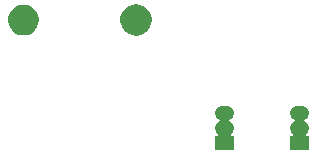
<source format=gbr>
G04 #@! TF.GenerationSoftware,KiCad,Pcbnew,(5.1.2)-1*
G04 #@! TF.CreationDate,2019-06-03T12:51:14-05:00*
G04 #@! TF.ProjectId,1stCircuit,31737443-6972-4637-9569-742e6b696361,rev?*
G04 #@! TF.SameCoordinates,Original*
G04 #@! TF.FileFunction,Soldermask,Bot*
G04 #@! TF.FilePolarity,Negative*
%FSLAX46Y46*%
G04 Gerber Fmt 4.6, Leading zero omitted, Abs format (unit mm)*
G04 Created by KiCad (PCBNEW (5.1.2)-1) date 2019-06-03 12:51:14*
%MOMM*%
%LPD*%
G04 APERTURE LIST*
%ADD10C,0.100000*%
G04 APERTURE END LIST*
D10*
G36*
X163405916Y-102556334D02*
G01*
X163514492Y-102589271D01*
X163514495Y-102589272D01*
X163550601Y-102608571D01*
X163614557Y-102642756D01*
X163702264Y-102714736D01*
X163774244Y-102802443D01*
X163808429Y-102866399D01*
X163827728Y-102902505D01*
X163827729Y-102902508D01*
X163860666Y-103011084D01*
X163871787Y-103124000D01*
X163860666Y-103236916D01*
X163827729Y-103345492D01*
X163827728Y-103345495D01*
X163808429Y-103381601D01*
X163774244Y-103445557D01*
X163702264Y-103533264D01*
X163614557Y-103605244D01*
X163533141Y-103648761D01*
X163512766Y-103662375D01*
X163495439Y-103679702D01*
X163481826Y-103700076D01*
X163472448Y-103722715D01*
X163467668Y-103746748D01*
X163467668Y-103771252D01*
X163472448Y-103795285D01*
X163481826Y-103817924D01*
X163495440Y-103838299D01*
X163512767Y-103855626D01*
X163533141Y-103869239D01*
X163614557Y-103912756D01*
X163702264Y-103984736D01*
X163774244Y-104072443D01*
X163808429Y-104136399D01*
X163827728Y-104172505D01*
X163827729Y-104172508D01*
X163860666Y-104281084D01*
X163871787Y-104394000D01*
X163860666Y-104506916D01*
X163827729Y-104615492D01*
X163827728Y-104615495D01*
X163808429Y-104651601D01*
X163774244Y-104715557D01*
X163702264Y-104803264D01*
X163625354Y-104866383D01*
X163608035Y-104883702D01*
X163594421Y-104904077D01*
X163585043Y-104926716D01*
X163580263Y-104950749D01*
X163580263Y-104975253D01*
X163585043Y-104999286D01*
X163594421Y-105021925D01*
X163608034Y-105042299D01*
X163625361Y-105059626D01*
X163645736Y-105073240D01*
X163668375Y-105082618D01*
X163692408Y-105087398D01*
X163704660Y-105088000D01*
X163869000Y-105088000D01*
X163869000Y-106240000D01*
X162267000Y-106240000D01*
X162267000Y-105088000D01*
X162431340Y-105088000D01*
X162455726Y-105085598D01*
X162479175Y-105078485D01*
X162500786Y-105066934D01*
X162519728Y-105051389D01*
X162535273Y-105032447D01*
X162546824Y-105010836D01*
X162553937Y-104987387D01*
X162556339Y-104963001D01*
X162553937Y-104938615D01*
X162546824Y-104915166D01*
X162535273Y-104893555D01*
X162519728Y-104874613D01*
X162510655Y-104866391D01*
X162433736Y-104803264D01*
X162361756Y-104715557D01*
X162327571Y-104651601D01*
X162308272Y-104615495D01*
X162308271Y-104615492D01*
X162275334Y-104506916D01*
X162264213Y-104394000D01*
X162275334Y-104281084D01*
X162308271Y-104172508D01*
X162308272Y-104172505D01*
X162327571Y-104136399D01*
X162361756Y-104072443D01*
X162433736Y-103984736D01*
X162521443Y-103912756D01*
X162602859Y-103869239D01*
X162623234Y-103855625D01*
X162640561Y-103838298D01*
X162654174Y-103817924D01*
X162663552Y-103795285D01*
X162668332Y-103771252D01*
X162668332Y-103746748D01*
X162663552Y-103722715D01*
X162654174Y-103700076D01*
X162640560Y-103679701D01*
X162623233Y-103662374D01*
X162602859Y-103648761D01*
X162521443Y-103605244D01*
X162433736Y-103533264D01*
X162361756Y-103445557D01*
X162327571Y-103381601D01*
X162308272Y-103345495D01*
X162308271Y-103345492D01*
X162275334Y-103236916D01*
X162264213Y-103124000D01*
X162275334Y-103011084D01*
X162308271Y-102902508D01*
X162308272Y-102902505D01*
X162327571Y-102866399D01*
X162361756Y-102802443D01*
X162433736Y-102714736D01*
X162521443Y-102642756D01*
X162585399Y-102608571D01*
X162621505Y-102589272D01*
X162621508Y-102589271D01*
X162730084Y-102556334D01*
X162814702Y-102548000D01*
X163321298Y-102548000D01*
X163405916Y-102556334D01*
X163405916Y-102556334D01*
G37*
G36*
X157055916Y-102556334D02*
G01*
X157164492Y-102589271D01*
X157164495Y-102589272D01*
X157200601Y-102608571D01*
X157264557Y-102642756D01*
X157352264Y-102714736D01*
X157424244Y-102802443D01*
X157458429Y-102866399D01*
X157477728Y-102902505D01*
X157477729Y-102902508D01*
X157510666Y-103011084D01*
X157521787Y-103124000D01*
X157510666Y-103236916D01*
X157477729Y-103345492D01*
X157477728Y-103345495D01*
X157458429Y-103381601D01*
X157424244Y-103445557D01*
X157352264Y-103533264D01*
X157264557Y-103605244D01*
X157183141Y-103648761D01*
X157162766Y-103662375D01*
X157145439Y-103679702D01*
X157131826Y-103700076D01*
X157122448Y-103722715D01*
X157117668Y-103746748D01*
X157117668Y-103771252D01*
X157122448Y-103795285D01*
X157131826Y-103817924D01*
X157145440Y-103838299D01*
X157162767Y-103855626D01*
X157183141Y-103869239D01*
X157264557Y-103912756D01*
X157352264Y-103984736D01*
X157424244Y-104072443D01*
X157458429Y-104136399D01*
X157477728Y-104172505D01*
X157477729Y-104172508D01*
X157510666Y-104281084D01*
X157521787Y-104394000D01*
X157510666Y-104506916D01*
X157477729Y-104615492D01*
X157477728Y-104615495D01*
X157458429Y-104651601D01*
X157424244Y-104715557D01*
X157352264Y-104803264D01*
X157275354Y-104866383D01*
X157258035Y-104883702D01*
X157244421Y-104904077D01*
X157235043Y-104926716D01*
X157230263Y-104950749D01*
X157230263Y-104975253D01*
X157235043Y-104999286D01*
X157244421Y-105021925D01*
X157258034Y-105042299D01*
X157275361Y-105059626D01*
X157295736Y-105073240D01*
X157318375Y-105082618D01*
X157342408Y-105087398D01*
X157354660Y-105088000D01*
X157519000Y-105088000D01*
X157519000Y-106240000D01*
X155917000Y-106240000D01*
X155917000Y-105088000D01*
X156081340Y-105088000D01*
X156105726Y-105085598D01*
X156129175Y-105078485D01*
X156150786Y-105066934D01*
X156169728Y-105051389D01*
X156185273Y-105032447D01*
X156196824Y-105010836D01*
X156203937Y-104987387D01*
X156206339Y-104963001D01*
X156203937Y-104938615D01*
X156196824Y-104915166D01*
X156185273Y-104893555D01*
X156169728Y-104874613D01*
X156160655Y-104866391D01*
X156083736Y-104803264D01*
X156011756Y-104715557D01*
X155977571Y-104651601D01*
X155958272Y-104615495D01*
X155958271Y-104615492D01*
X155925334Y-104506916D01*
X155914213Y-104394000D01*
X155925334Y-104281084D01*
X155958271Y-104172508D01*
X155958272Y-104172505D01*
X155977571Y-104136399D01*
X156011756Y-104072443D01*
X156083736Y-103984736D01*
X156171443Y-103912756D01*
X156252859Y-103869239D01*
X156273234Y-103855625D01*
X156290561Y-103838298D01*
X156304174Y-103817924D01*
X156313552Y-103795285D01*
X156318332Y-103771252D01*
X156318332Y-103746748D01*
X156313552Y-103722715D01*
X156304174Y-103700076D01*
X156290560Y-103679701D01*
X156273233Y-103662374D01*
X156252859Y-103648761D01*
X156171443Y-103605244D01*
X156083736Y-103533264D01*
X156011756Y-103445557D01*
X155977571Y-103381601D01*
X155958272Y-103345495D01*
X155958271Y-103345492D01*
X155925334Y-103236916D01*
X155914213Y-103124000D01*
X155925334Y-103011084D01*
X155958271Y-102902508D01*
X155958272Y-102902505D01*
X155977571Y-102866399D01*
X156011756Y-102802443D01*
X156083736Y-102714736D01*
X156171443Y-102642756D01*
X156235399Y-102608571D01*
X156271505Y-102589272D01*
X156271508Y-102589271D01*
X156380084Y-102556334D01*
X156464702Y-102548000D01*
X156971298Y-102548000D01*
X157055916Y-102556334D01*
X157055916Y-102556334D01*
G37*
G36*
X149460655Y-93949000D02*
G01*
X149615322Y-93979765D01*
X149756148Y-94038097D01*
X149855727Y-94079344D01*
X149882254Y-94097069D01*
X150072089Y-94223912D01*
X150256088Y-94407911D01*
X150264607Y-94420661D01*
X150400656Y-94624273D01*
X150404579Y-94633745D01*
X150500235Y-94864678D01*
X150551000Y-95119893D01*
X150551000Y-95380107D01*
X150500235Y-95635322D01*
X150441903Y-95776148D01*
X150400656Y-95875727D01*
X150400655Y-95875728D01*
X150256088Y-96092089D01*
X150072089Y-96276088D01*
X149927521Y-96372685D01*
X149855727Y-96420656D01*
X149756148Y-96461903D01*
X149615322Y-96520235D01*
X149487715Y-96545617D01*
X149360109Y-96571000D01*
X149099891Y-96571000D01*
X148972285Y-96545617D01*
X148844678Y-96520235D01*
X148703852Y-96461903D01*
X148604273Y-96420656D01*
X148532479Y-96372685D01*
X148387911Y-96276088D01*
X148203912Y-96092089D01*
X148059345Y-95875728D01*
X148059344Y-95875727D01*
X148018097Y-95776148D01*
X147959765Y-95635322D01*
X147909000Y-95380107D01*
X147909000Y-95119893D01*
X147959765Y-94864678D01*
X148055421Y-94633745D01*
X148059344Y-94624273D01*
X148195393Y-94420661D01*
X148203912Y-94407911D01*
X148387911Y-94223912D01*
X148577746Y-94097069D01*
X148604273Y-94079344D01*
X148703852Y-94038097D01*
X148844678Y-93979765D01*
X148999345Y-93949000D01*
X149099891Y-93929000D01*
X149360109Y-93929000D01*
X149460655Y-93949000D01*
X149460655Y-93949000D01*
G37*
G36*
X140079487Y-93998996D02*
G01*
X140316253Y-94097068D01*
X140316255Y-94097069D01*
X140506089Y-94223912D01*
X140529339Y-94239447D01*
X140710553Y-94420661D01*
X140852932Y-94633747D01*
X140951004Y-94870513D01*
X141001000Y-95121861D01*
X141001000Y-95378139D01*
X140951004Y-95629487D01*
X140852932Y-95866253D01*
X140852931Y-95866255D01*
X140710553Y-96079339D01*
X140529339Y-96260553D01*
X140316255Y-96402931D01*
X140316254Y-96402932D01*
X140316253Y-96402932D01*
X140079487Y-96501004D01*
X139828139Y-96551000D01*
X139571861Y-96551000D01*
X139320513Y-96501004D01*
X139083747Y-96402932D01*
X139083746Y-96402932D01*
X139083745Y-96402931D01*
X138870661Y-96260553D01*
X138689447Y-96079339D01*
X138547069Y-95866255D01*
X138547068Y-95866253D01*
X138448996Y-95629487D01*
X138399000Y-95378139D01*
X138399000Y-95121861D01*
X138448996Y-94870513D01*
X138547068Y-94633747D01*
X138689447Y-94420661D01*
X138870661Y-94239447D01*
X138893911Y-94223912D01*
X139083745Y-94097069D01*
X139083747Y-94097068D01*
X139320513Y-93998996D01*
X139571861Y-93949000D01*
X139828139Y-93949000D01*
X140079487Y-93998996D01*
X140079487Y-93998996D01*
G37*
M02*

</source>
